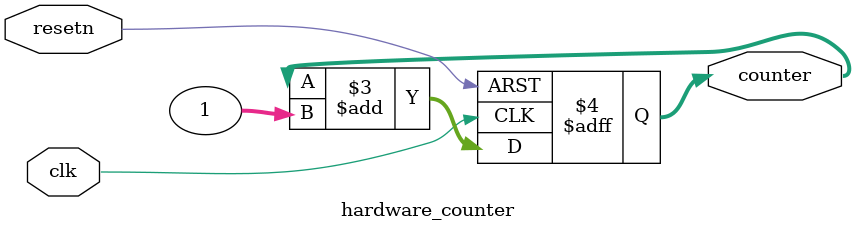
<source format=v>
module hardware_counter (
	input clk, resetn,
	output reg [31:0] counter
);
	always @(posedge clk or negedge resetn) begin
		if(resetn == 0) begin
			counter <= 32'd0;
		end else begin
			counter <= counter + 1;
		end
	end
endmodule

</source>
